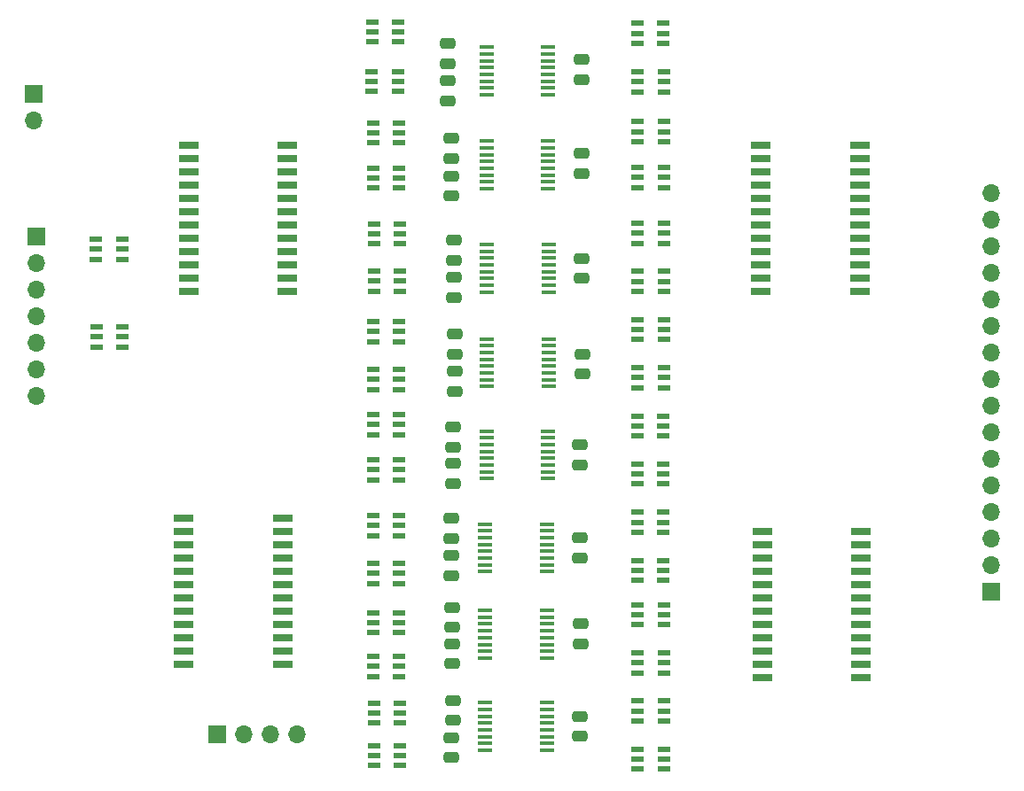
<source format=gbr>
%TF.GenerationSoftware,KiCad,Pcbnew,7.0.6-0*%
%TF.CreationDate,2024-01-17T10:16:55-05:00*%
%TF.ProjectId,SwitchingV3,53776974-6368-4696-9e67-56332e6b6963,rev?*%
%TF.SameCoordinates,Original*%
%TF.FileFunction,Soldermask,Top*%
%TF.FilePolarity,Negative*%
%FSLAX46Y46*%
G04 Gerber Fmt 4.6, Leading zero omitted, Abs format (unit mm)*
G04 Created by KiCad (PCBNEW 7.0.6-0) date 2024-01-17 10:16:55*
%MOMM*%
%LPD*%
G01*
G04 APERTURE LIST*
G04 Aperture macros list*
%AMRoundRect*
0 Rectangle with rounded corners*
0 $1 Rounding radius*
0 $2 $3 $4 $5 $6 $7 $8 $9 X,Y pos of 4 corners*
0 Add a 4 corners polygon primitive as box body*
4,1,4,$2,$3,$4,$5,$6,$7,$8,$9,$2,$3,0*
0 Add four circle primitives for the rounded corners*
1,1,$1+$1,$2,$3*
1,1,$1+$1,$4,$5*
1,1,$1+$1,$6,$7*
1,1,$1+$1,$8,$9*
0 Add four rect primitives between the rounded corners*
20,1,$1+$1,$2,$3,$4,$5,0*
20,1,$1+$1,$4,$5,$6,$7,0*
20,1,$1+$1,$6,$7,$8,$9,0*
20,1,$1+$1,$8,$9,$2,$3,0*%
G04 Aperture macros list end*
%ADD10R,1.475000X0.450000*%
%ADD11RoundRect,0.250000X0.475000X-0.250000X0.475000X0.250000X-0.475000X0.250000X-0.475000X-0.250000X0*%
%ADD12RoundRect,0.250000X-0.475000X0.250000X-0.475000X-0.250000X0.475000X-0.250000X0.475000X0.250000X0*%
%ADD13R,1.200000X0.600000*%
%ADD14R,1.950000X0.650000*%
%ADD15R,1.700000X1.700000*%
%ADD16O,1.700000X1.700000*%
G04 APERTURE END LIST*
D10*
%TO.C,IC41*%
X147828000Y-121815000D03*
X147828000Y-121165000D03*
X147828000Y-120515000D03*
X147828000Y-119865000D03*
X147828000Y-119215000D03*
X147828000Y-118565000D03*
X147828000Y-117915000D03*
X147828000Y-117265000D03*
X141952000Y-117265000D03*
X141952000Y-117915000D03*
X141952000Y-118565000D03*
X141952000Y-119215000D03*
X141952000Y-119865000D03*
X141952000Y-120515000D03*
X141952000Y-121165000D03*
X141952000Y-121815000D03*
%TD*%
D11*
%TO.C,C24*%
X138336000Y-73260000D03*
X138336000Y-71360000D03*
%TD*%
D12*
%TO.C,C17*%
X139065000Y-102682000D03*
X139065000Y-104582000D03*
%TD*%
D11*
%TO.C,C2*%
X151096000Y-128712000D03*
X151096000Y-126812000D03*
%TD*%
D10*
%TO.C,IC46*%
X147938000Y-76239000D03*
X147938000Y-75589000D03*
X147938000Y-74939000D03*
X147938000Y-74289000D03*
X147938000Y-73639000D03*
X147938000Y-72989000D03*
X147938000Y-72339000D03*
X147938000Y-71689000D03*
X142062000Y-71689000D03*
X142062000Y-72339000D03*
X142062000Y-72989000D03*
X142062000Y-73639000D03*
X142062000Y-74289000D03*
X142062000Y-74939000D03*
X142062000Y-75589000D03*
X142062000Y-76239000D03*
%TD*%
D13*
%TO.C,IC1*%
X107315000Y-100330000D03*
X107315000Y-99380000D03*
X107315000Y-98430000D03*
X104815000Y-98430000D03*
X104815000Y-99380000D03*
X104815000Y-100330000D03*
%TD*%
%TO.C,IC23*%
X131318000Y-138435000D03*
X131318000Y-139385000D03*
X131318000Y-140335000D03*
X133818000Y-140335000D03*
X133818000Y-139385000D03*
X133818000Y-138435000D03*
%TD*%
D11*
%TO.C,C16*%
X151163000Y-74784000D03*
X151163000Y-72884000D03*
%TD*%
%TO.C,C21*%
X139065000Y-101026000D03*
X139065000Y-99126000D03*
%TD*%
D10*
%TO.C,IC39*%
X147828000Y-138889000D03*
X147828000Y-138239000D03*
X147828000Y-137589000D03*
X147828000Y-136939000D03*
X147828000Y-136289000D03*
X147828000Y-135639000D03*
X147828000Y-134989000D03*
X147828000Y-134339000D03*
X141952000Y-134339000D03*
X141952000Y-134989000D03*
X141952000Y-135639000D03*
X141952000Y-136289000D03*
X141952000Y-136939000D03*
X141952000Y-137589000D03*
X141952000Y-138239000D03*
X141952000Y-138889000D03*
%TD*%
D13*
%TO.C,IC34*%
X131298000Y-88585000D03*
X131298000Y-89535000D03*
X131298000Y-90485000D03*
X133798000Y-90485000D03*
X133798000Y-89535000D03*
X133798000Y-88585000D03*
%TD*%
D12*
%TO.C,C20*%
X138336000Y-74916000D03*
X138336000Y-76816000D03*
%TD*%
D11*
%TO.C,C22*%
X138938000Y-92060000D03*
X138938000Y-90160000D03*
%TD*%
D13*
%TO.C,IC19*%
X159004000Y-85095000D03*
X159004000Y-84145000D03*
X159004000Y-83195000D03*
X156504000Y-83195000D03*
X156504000Y-84145000D03*
X156504000Y-85095000D03*
%TD*%
%TO.C,IC4*%
X107275000Y-91948000D03*
X107275000Y-90998000D03*
X107275000Y-90048000D03*
X104775000Y-90048000D03*
X104775000Y-90998000D03*
X104775000Y-91948000D03*
%TD*%
D12*
%TO.C,C7*%
X138667000Y-120307000D03*
X138667000Y-122207000D03*
%TD*%
D13*
%TO.C,IC10*%
X159004000Y-126888000D03*
X159004000Y-125938000D03*
X159004000Y-124988000D03*
X156504000Y-124988000D03*
X156504000Y-125938000D03*
X156504000Y-126888000D03*
%TD*%
%TO.C,IC32*%
X131231000Y-97922000D03*
X131231000Y-98872000D03*
X131231000Y-99822000D03*
X133731000Y-99822000D03*
X133731000Y-98872000D03*
X133731000Y-97922000D03*
%TD*%
D14*
%TO.C,IC3*%
X168249000Y-81026000D03*
X168249000Y-82296000D03*
X168249000Y-83566000D03*
X168249000Y-84836000D03*
X168249000Y-86106000D03*
X168249000Y-87376000D03*
X168249000Y-88646000D03*
X168249000Y-89916000D03*
X168249000Y-91186000D03*
X168249000Y-92456000D03*
X168249000Y-93726000D03*
X168249000Y-94996000D03*
X177699000Y-94996000D03*
X177699000Y-93726000D03*
X177699000Y-92456000D03*
X177699000Y-91186000D03*
X177699000Y-89916000D03*
X177699000Y-88646000D03*
X177699000Y-87376000D03*
X177699000Y-86106000D03*
X177699000Y-84836000D03*
X177699000Y-83566000D03*
X177699000Y-82296000D03*
X177699000Y-81026000D03*
%TD*%
D12*
%TO.C,C18*%
X138938000Y-93716000D03*
X138938000Y-95616000D03*
%TD*%
%TO.C,C6*%
X138777000Y-128717000D03*
X138777000Y-130617000D03*
%TD*%
D11*
%TO.C,C13*%
X151257000Y-102931000D03*
X151257000Y-101031000D03*
%TD*%
D13*
%TO.C,IC27*%
X131231000Y-121036000D03*
X131231000Y-121986000D03*
X131231000Y-122936000D03*
X133731000Y-122936000D03*
X133731000Y-121986000D03*
X133731000Y-121036000D03*
%TD*%
%TO.C,IC29*%
X131231000Y-111130000D03*
X131231000Y-112080000D03*
X131231000Y-113030000D03*
X133731000Y-113030000D03*
X133731000Y-112080000D03*
X133731000Y-111130000D03*
%TD*%
%TO.C,IC35*%
X131211000Y-83251000D03*
X131211000Y-84201000D03*
X131211000Y-85151000D03*
X133711000Y-85151000D03*
X133711000Y-84201000D03*
X133711000Y-83251000D03*
%TD*%
%TO.C,IC24*%
X131318000Y-134371000D03*
X131318000Y-135321000D03*
X131318000Y-136271000D03*
X133818000Y-136271000D03*
X133818000Y-135321000D03*
X133818000Y-134371000D03*
%TD*%
D12*
%TO.C,C8*%
X138897500Y-111493000D03*
X138897500Y-113393000D03*
%TD*%
D14*
%TO.C,IC2*%
X113157000Y-116713000D03*
X113157000Y-117983000D03*
X113157000Y-119253000D03*
X113157000Y-120523000D03*
X113157000Y-121793000D03*
X113157000Y-123063000D03*
X113157000Y-124333000D03*
X113157000Y-125603000D03*
X113157000Y-126873000D03*
X113157000Y-128143000D03*
X113157000Y-129413000D03*
X113157000Y-130683000D03*
X122607000Y-130683000D03*
X122607000Y-129413000D03*
X122607000Y-128143000D03*
X122607000Y-126873000D03*
X122607000Y-125603000D03*
X122607000Y-124333000D03*
X122607000Y-123063000D03*
X122607000Y-121793000D03*
X122607000Y-120523000D03*
X122607000Y-119253000D03*
X122607000Y-117983000D03*
X122607000Y-116713000D03*
%TD*%
D13*
%TO.C,IC17*%
X158984000Y-95029000D03*
X158984000Y-94079000D03*
X158984000Y-93129000D03*
X156484000Y-93129000D03*
X156484000Y-94079000D03*
X156484000Y-95029000D03*
%TD*%
D11*
%TO.C,C1*%
X150969000Y-137538000D03*
X150969000Y-135638000D03*
%TD*%
%TO.C,C3*%
X150986000Y-120490000D03*
X150986000Y-118590000D03*
%TD*%
D13*
%TO.C,IC16*%
X158984000Y-99629000D03*
X158984000Y-98679000D03*
X158984000Y-97729000D03*
X156484000Y-97729000D03*
X156484000Y-98679000D03*
X156484000Y-99629000D03*
%TD*%
%TO.C,IC38*%
X131124000Y-69281000D03*
X131124000Y-70231000D03*
X131124000Y-71181000D03*
X133624000Y-71181000D03*
X133624000Y-70231000D03*
X133624000Y-69281000D03*
%TD*%
%TO.C,IC9*%
X159004000Y-131488000D03*
X159004000Y-130538000D03*
X159004000Y-129588000D03*
X156504000Y-129588000D03*
X156504000Y-130538000D03*
X156504000Y-131488000D03*
%TD*%
D11*
%TO.C,C15*%
X151113000Y-83766000D03*
X151113000Y-81866000D03*
%TD*%
D13*
%TO.C,IC37*%
X131104000Y-74041000D03*
X131104000Y-74991000D03*
X131104000Y-75941000D03*
X133604000Y-75941000D03*
X133604000Y-74991000D03*
X133604000Y-74041000D03*
%TD*%
D10*
%TO.C,IC45*%
X147955000Y-85218000D03*
X147955000Y-84568000D03*
X147955000Y-83918000D03*
X147955000Y-83268000D03*
X147955000Y-82618000D03*
X147955000Y-81968000D03*
X147955000Y-81318000D03*
X147955000Y-80668000D03*
X142079000Y-80668000D03*
X142079000Y-81318000D03*
X142079000Y-81968000D03*
X142079000Y-82618000D03*
X142079000Y-83268000D03*
X142079000Y-83918000D03*
X142079000Y-84568000D03*
X142079000Y-85218000D03*
%TD*%
D11*
%TO.C,C12*%
X138897500Y-109898000D03*
X138897500Y-107998000D03*
%TD*%
D15*
%TO.C,J3*%
X99060000Y-89789000D03*
D16*
X99060000Y-92329000D03*
X99060000Y-94869000D03*
X99060000Y-97409000D03*
X99060000Y-99949000D03*
X99060000Y-102489000D03*
X99060000Y-105029000D03*
%TD*%
D15*
%TO.C,J4*%
X190246000Y-123698000D03*
D16*
X190246000Y-121158000D03*
X190246000Y-118618000D03*
X190246000Y-116078000D03*
X190246000Y-113538000D03*
X190246000Y-110998000D03*
X190246000Y-108458000D03*
X190246000Y-105918000D03*
X190246000Y-103378000D03*
X190246000Y-100838000D03*
X190246000Y-98298000D03*
X190246000Y-95758000D03*
X190246000Y-93218000D03*
X190246000Y-90678000D03*
X190246000Y-88138000D03*
X190246000Y-85598000D03*
%TD*%
D13*
%TO.C,IC21*%
X158984000Y-75951000D03*
X158984000Y-75001000D03*
X158984000Y-74051000D03*
X156484000Y-74051000D03*
X156484000Y-75001000D03*
X156484000Y-75951000D03*
%TD*%
%TO.C,IC7*%
X159004000Y-140688000D03*
X159004000Y-139738000D03*
X159004000Y-138788000D03*
X156504000Y-138788000D03*
X156504000Y-139738000D03*
X156504000Y-140688000D03*
%TD*%
D12*
%TO.C,C5*%
X138684000Y-137670000D03*
X138684000Y-139570000D03*
%TD*%
D13*
%TO.C,IC20*%
X159004000Y-80711000D03*
X159004000Y-79761000D03*
X159004000Y-78811000D03*
X156504000Y-78811000D03*
X156504000Y-79761000D03*
X156504000Y-80711000D03*
%TD*%
%TO.C,IC8*%
X159004000Y-136088000D03*
X159004000Y-135138000D03*
X159004000Y-134188000D03*
X156504000Y-134188000D03*
X156504000Y-135138000D03*
X156504000Y-136088000D03*
%TD*%
%TO.C,IC30*%
X131231000Y-106812000D03*
X131231000Y-107762000D03*
X131231000Y-108712000D03*
X133731000Y-108712000D03*
X133731000Y-107762000D03*
X133731000Y-106812000D03*
%TD*%
%TO.C,IC15*%
X158984000Y-104229000D03*
X158984000Y-103279000D03*
X158984000Y-102329000D03*
X156484000Y-102329000D03*
X156484000Y-103279000D03*
X156484000Y-104229000D03*
%TD*%
D14*
%TO.C,IC5*%
X113613000Y-81026000D03*
X113613000Y-82296000D03*
X113613000Y-83566000D03*
X113613000Y-84836000D03*
X113613000Y-86106000D03*
X113613000Y-87376000D03*
X113613000Y-88646000D03*
X113613000Y-89916000D03*
X113613000Y-91186000D03*
X113613000Y-92456000D03*
X113613000Y-93726000D03*
X113613000Y-94996000D03*
X123063000Y-94996000D03*
X123063000Y-93726000D03*
X123063000Y-92456000D03*
X123063000Y-91186000D03*
X123063000Y-89916000D03*
X123063000Y-88646000D03*
X123063000Y-87376000D03*
X123063000Y-86106000D03*
X123063000Y-84836000D03*
X123063000Y-83566000D03*
X123063000Y-82296000D03*
X123063000Y-81026000D03*
%TD*%
D15*
%TO.C,J2*%
X98781000Y-76180000D03*
D16*
X98781000Y-78720000D03*
%TD*%
D11*
%TO.C,C4*%
X150962500Y-111615000D03*
X150962500Y-109715000D03*
%TD*%
D15*
%TO.C,J1*%
X116307000Y-137394000D03*
D16*
X118847000Y-137394000D03*
X121387000Y-137394000D03*
X123927000Y-137394000D03*
%TD*%
D12*
%TO.C,C19*%
X138667000Y-84025000D03*
X138667000Y-85925000D03*
%TD*%
D13*
%TO.C,IC26*%
X131231000Y-125735000D03*
X131231000Y-126685000D03*
X131231000Y-127635000D03*
X133731000Y-127635000D03*
X133731000Y-126685000D03*
X133731000Y-125735000D03*
%TD*%
%TO.C,IC22*%
X158964000Y-71318000D03*
X158964000Y-70368000D03*
X158964000Y-69418000D03*
X156464000Y-69418000D03*
X156464000Y-70368000D03*
X156464000Y-71318000D03*
%TD*%
D10*
%TO.C,IC42*%
X147931500Y-112940000D03*
X147931500Y-112290000D03*
X147931500Y-111640000D03*
X147931500Y-110990000D03*
X147931500Y-110340000D03*
X147931500Y-109690000D03*
X147931500Y-109040000D03*
X147931500Y-108390000D03*
X142055500Y-108390000D03*
X142055500Y-109040000D03*
X142055500Y-109690000D03*
X142055500Y-110340000D03*
X142055500Y-110990000D03*
X142055500Y-111640000D03*
X142055500Y-112290000D03*
X142055500Y-112940000D03*
%TD*%
D11*
%TO.C,C9*%
X138904000Y-136014000D03*
X138904000Y-134114000D03*
%TD*%
D13*
%TO.C,IC36*%
X131211000Y-78933000D03*
X131211000Y-79883000D03*
X131211000Y-80833000D03*
X133711000Y-80833000D03*
X133711000Y-79883000D03*
X133711000Y-78933000D03*
%TD*%
%TO.C,IC25*%
X131231000Y-129926000D03*
X131231000Y-130876000D03*
X131231000Y-131826000D03*
X133731000Y-131826000D03*
X133731000Y-130876000D03*
X133731000Y-129926000D03*
%TD*%
D14*
%TO.C,IC6*%
X168402000Y-117983000D03*
X168402000Y-119253000D03*
X168402000Y-120523000D03*
X168402000Y-121793000D03*
X168402000Y-123063000D03*
X168402000Y-124333000D03*
X168402000Y-125603000D03*
X168402000Y-126873000D03*
X168402000Y-128143000D03*
X168402000Y-129413000D03*
X168402000Y-130683000D03*
X168402000Y-131953000D03*
X177852000Y-131953000D03*
X177852000Y-130683000D03*
X177852000Y-129413000D03*
X177852000Y-128143000D03*
X177852000Y-126873000D03*
X177852000Y-125603000D03*
X177852000Y-124333000D03*
X177852000Y-123063000D03*
X177852000Y-121793000D03*
X177852000Y-120523000D03*
X177852000Y-119253000D03*
X177852000Y-117983000D03*
%TD*%
D11*
%TO.C,C11*%
X138667000Y-118646000D03*
X138667000Y-116746000D03*
%TD*%
%TO.C,C14*%
X151130000Y-93772000D03*
X151130000Y-91872000D03*
%TD*%
D10*
%TO.C,IC40*%
X147828000Y-130078000D03*
X147828000Y-129428000D03*
X147828000Y-128778000D03*
X147828000Y-128128000D03*
X147828000Y-127478000D03*
X147828000Y-126828000D03*
X147828000Y-126178000D03*
X147828000Y-125528000D03*
X141952000Y-125528000D03*
X141952000Y-126178000D03*
X141952000Y-126828000D03*
X141952000Y-127478000D03*
X141952000Y-128128000D03*
X141952000Y-128778000D03*
X141952000Y-129428000D03*
X141952000Y-130078000D03*
%TD*%
%TO.C,IC44*%
X147972000Y-95097000D03*
X147972000Y-94447000D03*
X147972000Y-93797000D03*
X147972000Y-93147000D03*
X147972000Y-92497000D03*
X147972000Y-91847000D03*
X147972000Y-91197000D03*
X147972000Y-90547000D03*
X142096000Y-90547000D03*
X142096000Y-91197000D03*
X142096000Y-91847000D03*
X142096000Y-92497000D03*
X142096000Y-93147000D03*
X142096000Y-93797000D03*
X142096000Y-94447000D03*
X142096000Y-95097000D03*
%TD*%
D13*
%TO.C,IC13*%
X158964000Y-113449000D03*
X158964000Y-112499000D03*
X158964000Y-111549000D03*
X156464000Y-111549000D03*
X156464000Y-112499000D03*
X156464000Y-113449000D03*
%TD*%
%TO.C,IC11*%
X158964000Y-122649000D03*
X158964000Y-121699000D03*
X158964000Y-120749000D03*
X156464000Y-120749000D03*
X156464000Y-121699000D03*
X156464000Y-122649000D03*
%TD*%
%TO.C,IC12*%
X158964000Y-118049000D03*
X158964000Y-117099000D03*
X158964000Y-116149000D03*
X156464000Y-116149000D03*
X156464000Y-117099000D03*
X156464000Y-118049000D03*
%TD*%
%TO.C,IC31*%
X131231000Y-102494000D03*
X131231000Y-103444000D03*
X131231000Y-104394000D03*
X133731000Y-104394000D03*
X133731000Y-103444000D03*
X133731000Y-102494000D03*
%TD*%
%TO.C,IC33*%
X131318000Y-93096000D03*
X131318000Y-94046000D03*
X131318000Y-94996000D03*
X133818000Y-94996000D03*
X133818000Y-94046000D03*
X133818000Y-93096000D03*
%TD*%
%TO.C,IC14*%
X158964000Y-108849000D03*
X158964000Y-107899000D03*
X158964000Y-106949000D03*
X156464000Y-106949000D03*
X156464000Y-107899000D03*
X156464000Y-108849000D03*
%TD*%
D11*
%TO.C,C10*%
X138777000Y-127127000D03*
X138777000Y-125227000D03*
%TD*%
D13*
%TO.C,IC18*%
X158984000Y-90429000D03*
X158984000Y-89479000D03*
X158984000Y-88529000D03*
X156484000Y-88529000D03*
X156484000Y-89479000D03*
X156484000Y-90429000D03*
%TD*%
%TO.C,IC28*%
X131231000Y-116464000D03*
X131231000Y-117414000D03*
X131231000Y-118364000D03*
X133731000Y-118364000D03*
X133731000Y-117414000D03*
X133731000Y-116464000D03*
%TD*%
D11*
%TO.C,C23*%
X138667000Y-82303000D03*
X138667000Y-80403000D03*
%TD*%
D10*
%TO.C,IC43*%
X147972000Y-104129000D03*
X147972000Y-103479000D03*
X147972000Y-102829000D03*
X147972000Y-102179000D03*
X147972000Y-101529000D03*
X147972000Y-100879000D03*
X147972000Y-100229000D03*
X147972000Y-99579000D03*
X142096000Y-99579000D03*
X142096000Y-100229000D03*
X142096000Y-100879000D03*
X142096000Y-101529000D03*
X142096000Y-102179000D03*
X142096000Y-102829000D03*
X142096000Y-103479000D03*
X142096000Y-104129000D03*
%TD*%
M02*

</source>
